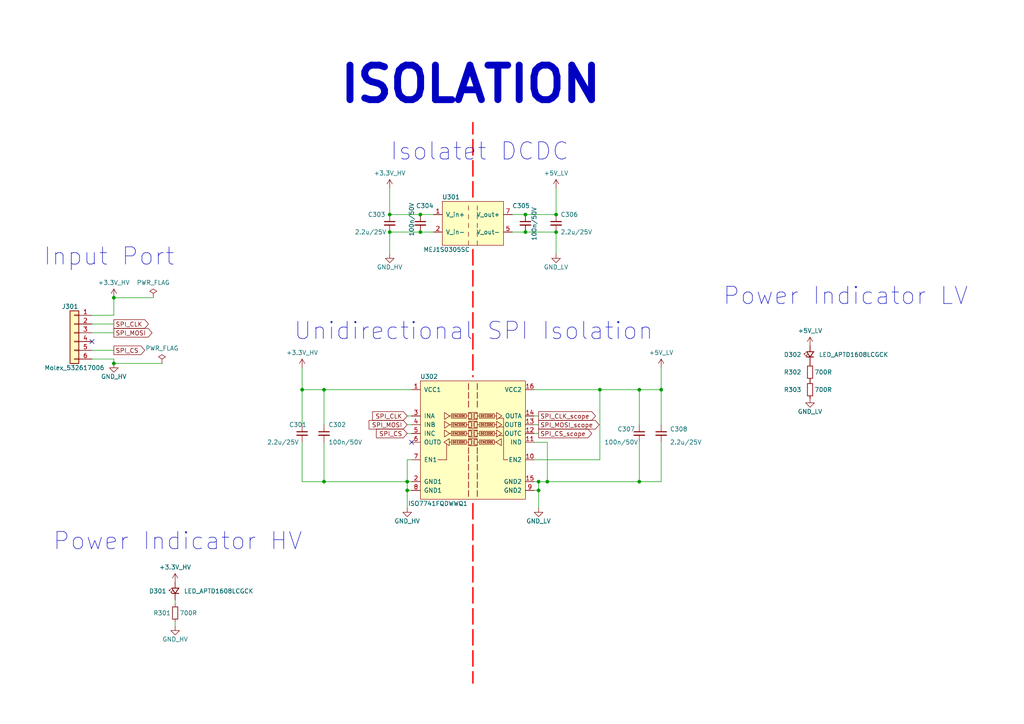
<source format=kicad_sch>
(kicad_sch (version 20211123) (generator eeschema)
  (paper "A4")
  (title_block (title "Isolation") (date "2021-11-12") (rev "V0.1") (company "PADERBORN UNIVERSITY DEPARTMENT OF POWER ELECTRONICS AND ELECTRICAL DRIVES"))
  (lib_symbols
    (symbol "Device:C_Small" (pin_numbers hide) (pin_names (offset 0.254) hide)
      (property "Reference" "C" (at 0.254 1.778 0))
      (property "Value" "C_Small" (at 0.254 -2.032 0))
      (symbol "C_Small_0_1"
        (polyline (pts (xy -1.524 -0.508) (xy 1.524 -0.508)) (stroke (width 0.3302)))
        (polyline (pts (xy -1.524 0.508) (xy 1.524 0.508)) (stroke (width 0.3048)))
      )
      (symbol "C_Small_1_1"
        (pin passive line (at 0 2.54 270) (length 2.032) (name "~") (number "1"))
        (pin passive line (at 0 -2.54 90) (length 2.032) (name "~") (number "2"))
      )
    )
    (symbol "Device:R_Small" (pin_numbers hide) (pin_names (offset 0.254) hide)
      (property "Reference" "R" (at 0.762 0.508 0))
      (property "Value" "R_Small" (at 0.762 -1.016 0))
      (symbol "R_Small_0_1"
        (rectangle (start -0.762 1.778) (end 0.762 -1.778) (stroke (width 0.2032)))
      )
      (symbol "R_Small_1_1"
        (pin passive line (at 0 2.54 270) (length 0.762) (name "~") (number "1"))
        (pin passive line (at 0 -2.54 90) (length 0.762) (name "~") (number "2"))
      )
    )
    (symbol "LEA_SymbolLibrary:+3.3V_HV" (power) (pin_numbers hide) (pin_names (offset 0))
      (property "Value" "LEA_SymbolLibrary_+3.3V_HV" (at 0 5.08 0))
      (symbol "+3.3V_HV_1_1"
        (polyline (pts (xy -0.762 1.27) (xy 0 2.54)))
        (polyline (pts (xy 0 0) (xy 0 2.54)))
        (polyline (pts (xy 0 2.54) (xy 0.762 1.27)))
        (pin power_in line (at 0 0 90) (length 0) hide (name "+3.3V_HV") (number "1"))
      )
    )
    (symbol "LEA_SymbolLibrary:+5V_LV" (power) (pin_numbers hide) (pin_names (offset 0))
      (property "Value" "LEA_SymbolLibrary_+5V_LV" (at 0 5.08 0))
      (symbol "+5V_LV_1_1"
        (polyline (pts (xy -0.762 1.27) (xy 0 2.54)))
        (polyline (pts (xy 0 0) (xy 0 2.54)))
        (polyline (pts (xy 0 2.54) (xy 0.762 1.27)))
        (pin power_in line (at 0 0 90) (length 0) hide (name "+5V_LV") (number "1"))
      )
    )
    (symbol "LEA_SymbolLibrary:GND_HV" (power) (pin_numbers hide) (pin_names (offset 0))
      (property "Value" "LEA_SymbolLibrary_GND_HV" (at -2.54 5.08 0))
      (symbol "GND_HV_1_1"
        (polyline (pts (xy 0 0) (xy 0 -1.27) (xy 1.27 -1.27) (xy 0 -2.54) (xy -1.27 -1.27) (xy 0 -1.27)))
        (pin power_in line (at 0 0 90) (length 0) hide (name "GND_HV") (number "1"))
      )
    )
    (symbol "LEA_SymbolLibrary:GND_LV" (power) (pin_numbers hide) (pin_names (offset 0))
      (property "Value" "LEA_SymbolLibrary_GND_LV" (at -2.54 5.08 0))
      (symbol "GND_LV_1_1"
        (polyline (pts (xy 0 0) (xy 0 -1.27) (xy 1.27 -1.27) (xy 0 -2.54) (xy -1.27 -1.27) (xy 0 -1.27)))
        (pin power_in line (at 0 0 90) (length 0) hide (name "GND_LV") (number "1"))
      )
    )
    (symbol "LEA_SymbolLibrary:ISO7741FQDWWQ1" (pin_names (offset 1.016))
      (property "Reference" "IC" (at -14.224 15.24 0))
      (property "Value" "ISO7741FQDWWQ1" (at -6.858 -21.844 0))
      (symbol "ISO7741FQDWWQ1_0_1"
        (rectangle (start -15.24 13.97) (end 15.24 -20.32) (fill (type background)))
        (rectangle (start -10.16 -8.89) (end -7.62 -8.89))
        (rectangle (start -7.62 -8.89) (end -7.62 -5.08))
        (rectangle (start -7.62 -5.08) (end -7.62 -4.318))
        (polyline (pts (xy 10.16 -8.89) (xy 8.89 -8.89) (xy 8.89 -1.905) (xy 7.62 -1.905) (xy 8.89 -1.905) (xy 8.89 0.635) (xy 7.62 0.635) (xy 8.89 0.635) (xy 8.89 3.175) (xy 7.62 3.175)))
      )
      (symbol "ISO7741FQDWWQ1_1_1"
        (rectangle (start -1.905 -3.1496) (end -6.223 -4.4196))
        (rectangle (start -1.905 -0.635) (end -6.223 -1.905))
        (rectangle (start -1.905 1.905) (end -6.223 0.635))
        (rectangle (start -1.905 4.445) (end -6.223 3.175))
        (rectangle (start -1.27 -0.254) (end 1.27 -2.286))
        (rectangle (start -1.27 2.286) (end 1.27 0.254))
        (rectangle (start -1.27 4.826) (end 1.27 2.794))
        (arc (start -0.508 -4.5466) (mid -0.254 -4.2926) (end -0.508 -4.0386))
        (arc (start -0.508 -4.0386) (mid -0.254 -3.7846) (end -0.508 -3.5306))
        (arc (start -0.508 -3.5306) (mid -0.254 -3.2766) (end -0.508 -3.0226))
        (arc (start -0.508 -2.032) (mid -0.254 -1.778) (end -0.508 -1.524))
        (arc (start -0.508 -1.524) (mid -0.254 -1.27) (end -0.508 -1.016))
        (arc (start -0.508 -1.016) (mid -0.254 -0.762) (end -0.508 -0.508))
        (arc (start -0.508 0.508) (mid -0.254 0.762) (end -0.508 1.016))
        (arc (start -0.508 1.016) (mid -0.254 1.27) (end -0.508 1.524))
        (arc (start -0.508 1.524) (mid -0.254 1.778) (end -0.508 2.032))
        (arc (start -0.508 3.048) (mid -0.254 3.302) (end -0.508 3.556))
        (arc (start -0.508 3.556) (mid -0.254 3.81) (end -0.508 4.064))
        (arc (start -0.508 4.064) (mid -0.254 4.318) (end -0.508 4.572))
        (polyline (pts (xy -6.223 -3.7846) (xy -6.858 -3.7846)))
        (polyline (pts (xy -6.223 -1.27) (xy -6.858 -1.27)))
        (polyline (pts (xy -6.223 1.27) (xy -6.858 1.27)))
        (polyline (pts (xy -6.223 3.81) (xy -6.858 3.81)))
        (polyline (pts (xy -1.905 -3.7846) (xy -1.27 -3.7846)))
        (polyline (pts (xy -1.905 -1.27) (xy -1.27 -1.27)))
        (polyline (pts (xy -1.905 1.27) (xy -1.27 1.27)))
        (polyline (pts (xy -1.905 3.81) (xy -1.27 3.81)))
        (polyline (pts (xy -1.27 -4.5466) (xy -0.508 -4.5466)))
        (polyline (pts (xy -1.27 -3.0226) (xy -0.508 -3.0226)))
        (polyline (pts (xy -1.27 -2.032) (xy -0.508 -2.032)))
        (polyline (pts (xy -1.27 -0.508) (xy -0.508 -0.508)))
        (polyline (pts (xy -1.27 0.508) (xy -0.508 0.508)))
        (polyline (pts (xy -1.27 2.032) (xy -0.508 2.032)))
        (polyline (pts (xy -1.27 3.048) (xy -0.508 3.048)))
        (polyline (pts (xy -1.27 4.572) (xy -0.508 4.572)))
        (polyline (pts (xy 0 -22.098) (xy 0 -22.098)) (stroke (width 0.4064)))
        (polyline (pts (xy 0 -18.288) (xy 0 -18.288)) (stroke (width 0.1016)))
        (polyline (pts (xy 0 -17.018) (xy 0 -17.018)) (stroke (width 0.4064)))
        (polyline (pts (xy 0 -13.208) (xy 0 -13.208)) (stroke (width 0.1016)))
        (polyline (pts (xy 0 -11.938) (xy 0 -11.938)) (stroke (width 0.4064)))
        (polyline (pts (xy 0 -8.128) (xy 0 -8.128)) (stroke (width 0.1016)))
        (polyline (pts (xy 0 -7.112) (xy 0 -7.112)) (stroke (width 0.4064)))
        (polyline (pts (xy 0 -3.302) (xy 0 -3.302)) (stroke (width 0.1016)))
        (polyline (pts (xy 0 3.81) (xy 0 3.81)) (stroke (width 0.4064)))
        (polyline (pts (xy 0 7.62) (xy 0 7.62)) (stroke (width 0.1016)))
        (polyline (pts (xy 0 8.89) (xy 0 8.89)) (stroke (width 0.4064)))
        (polyline (pts (xy 0 12.7) (xy 0 12.7)) (stroke (width 0.1016)))
        (polyline (pts (xy 1.27 -4.5466) (xy 0.508 -4.5466)))
        (polyline (pts (xy 1.27 -3.0226) (xy 0.508 -3.0226)))
        (polyline (pts (xy 1.27 -2.032) (xy 0.508 -2.032)))
        (polyline (pts (xy 1.27 -0.508) (xy 0.508 -0.508)))
        (polyline (pts (xy 1.27 0.508) (xy 0.508 0.508)))
        (polyline (pts (xy 1.27 2.032) (xy 0.508 2.032)))
        (polyline (pts (xy 1.27 3.048) (xy 0.508 3.048)))
        (polyline (pts (xy 1.27 4.572) (xy 0.508 4.572)))
        (polyline (pts (xy 1.905 -3.7846) (xy 1.27 -3.7846)))
        (polyline (pts (xy 1.905 -1.27) (xy 1.27 -1.27)))
        (polyline (pts (xy 1.905 1.27) (xy 1.27 1.27)))
        (polyline (pts (xy 1.905 3.81) (xy 1.27 3.81)))
        (polyline (pts (xy 6.223 -3.7846) (xy 6.858 -3.7846)))
        (polyline (pts (xy 6.223 -1.27) (xy 6.858 -1.27)))
        (polyline (pts (xy 6.223 1.27) (xy 6.858 1.27)))
        (polyline (pts (xy 6.223 3.81) (xy 6.858 3.81)))
        (polyline (pts (xy -1.27 -17.78) (xy -1.27 -19.304) (xy -1.27 -19.558)) (stroke (width 0.2032)))
        (polyline (pts (xy -1.27 -15.24) (xy -1.27 -16.764) (xy -1.27 -17.018)) (stroke (width 0.2032)))
        (polyline (pts (xy -1.27 -12.7) (xy -1.27 -14.224) (xy -1.27 -14.478)) (stroke (width 0.2032)))
        (polyline (pts (xy -1.27 -10.16) (xy -1.27 -11.684) (xy -1.27 -11.938)) (stroke (width 0.2032)))
        (polyline (pts (xy -1.27 -7.62) (xy -1.27 -9.144) (xy -1.27 -9.398)) (stroke (width 0.2032)))
        (polyline (pts (xy -1.27 -5.334) (xy -1.27 -6.858) (xy -1.27 -7.112)) (stroke (width 0.2032)))
        (polyline (pts (xy -1.27 8.128) (xy -1.27 6.604) (xy -1.27 6.35)) (stroke (width 0.2032)))
        (polyline (pts (xy -1.27 10.668) (xy -1.27 9.144) (xy -1.27 8.89)) (stroke (width 0.2032)))
        (polyline (pts (xy -1.27 13.208) (xy -1.27 11.684) (xy -1.27 11.43)) (stroke (width 0.2032)))
        (polyline (pts (xy 1.27 -17.78) (xy 1.27 -19.304) (xy 1.27 -19.558)) (stroke (width 0.2032)))
        (polyline (pts (xy 1.27 -15.24) (xy 1.27 -16.764) (xy 1.27 -17.018)) (stroke (width 0.2032)))
        (polyline (pts (xy 1.27 -12.7) (xy 1.27 -14.224) (xy 1.27 -14.478)) (stroke (width 0.2032)))
        (polyline (pts (xy 1.27 -10.16) (xy 1.27 -11.684) (xy 1.27 -11.938)) (stroke (width 0.2032)))
        (polyline (pts (xy 1.27 -7.62) (xy 1.27 -9.144) (xy 1.27 -9.398)) (stroke (width 0.2032)))
        (polyline (pts (xy 1.27 -5.334) (xy 1.27 -6.858) (xy 1.27 -7.112)) (stroke (width 0.2032)))
        (polyline (pts (xy 1.27 8.128) (xy 1.27 6.604) (xy 1.27 6.35)) (stroke (width 0.2032)))
        (polyline (pts (xy 1.27 10.668) (xy 1.27 9.144) (xy 1.27 8.89)) (stroke (width 0.2032)))
        (polyline (pts (xy 1.27 13.208) (xy 1.27 11.684) (xy 1.27 11.43)) (stroke (width 0.2032)))
        (polyline (pts (xy -8.382 -3.7846) (xy -6.858 -2.7686) (xy -6.858 -4.8006) (xy -8.382 -3.7846)))
        (polyline (pts (xy -6.731 -1.27) (xy -8.255 -0.254) (xy -8.255 -2.286) (xy -6.731 -1.27)))
        (polyline (pts (xy -6.731 1.27) (xy -8.255 2.286) (xy -8.255 0.254) (xy -6.731 1.27)))
        (polyline (pts (xy -6.731 3.81) (xy -8.255 4.826) (xy -8.255 2.794) (xy -6.731 3.81)))
        (polyline (pts (xy 6.731 -3.7846) (xy 8.255 -2.7686) (xy 8.255 -4.8006) (xy 6.731 -3.7846)))
        (polyline (pts (xy 8.382 -1.27) (xy 6.858 -0.254) (xy 6.858 -2.286) (xy 8.382 -1.27)))
        (polyline (pts (xy 8.382 1.27) (xy 6.858 2.286) (xy 6.858 0.254) (xy 8.382 1.27)))
        (polyline (pts (xy 8.382 3.81) (xy 6.858 4.826) (xy 6.858 2.794) (xy 8.382 3.81)))
        (arc (start 0.508 -4.0386) (mid 0.254 -4.2926) (end 0.508 -4.5466))
        (arc (start 0.508 -3.5306) (mid 0.254 -3.7846) (end 0.508 -4.0386))
        (arc (start 0.508 -3.0226) (mid 0.254 -3.2766) (end 0.508 -3.5306))
        (arc (start 0.508 -1.524) (mid 0.254 -1.778) (end 0.508 -2.032))
        (arc (start 0.508 -1.016) (mid 0.254 -1.27) (end 0.508 -1.524))
        (arc (start 0.508 -0.508) (mid 0.254 -0.762) (end 0.508 -1.016))
        (arc (start 0.508 1.016) (mid 0.254 0.762) (end 0.508 0.508))
        (arc (start 0.508 1.524) (mid 0.254 1.27) (end 0.508 1.016))
        (arc (start 0.508 2.032) (mid 0.254 1.778) (end 0.508 1.524))
        (arc (start 0.508 3.556) (mid 0.254 3.302) (end 0.508 3.048))
        (arc (start 0.508 4.064) (mid 0.254 3.81) (end 0.508 3.556))
        (arc (start 0.508 4.572) (mid 0.254 4.318) (end 0.508 4.064))
        (rectangle (start 1.27 -2.7686) (end -1.27 -4.8006))
        (rectangle (start 1.905 -3.1496) (end 6.223 -4.4196))
        (rectangle (start 1.905 -0.635) (end 6.223 -1.905))
        (rectangle (start 1.905 1.905) (end 6.223 0.635))
        (rectangle (start 1.905 4.445) (end 6.223 3.175))
        (text "DECODE" (at -4.064 -3.7846 0) (effects (font (size 0.635 0.635))))
        (text "DECODE" (at 4.064 -1.27 0) (effects (font (size 0.635 0.635))))
        (text "DECODE" (at 4.064 1.27 0) (effects (font (size 0.635 0.635))))
        (text "DECODE" (at 4.064 3.81 0) (effects (font (size 0.635 0.635))))
        (text "ENCODE" (at -4.064 -1.27 0) (effects (font (size 0.635 0.635))))
        (text "ENCODE" (at -4.064 1.27 0) (effects (font (size 0.635 0.635))))
        (text "ENCODE" (at -4.064 3.81 0) (effects (font (size 0.635 0.635))))
        (text "ENCODE" (at 4.064 -3.7846 0) (effects (font (size 0.635 0.635))))
        (pin power_in line (at -17.78 11.43 0) (length 2.54) (name "VCC1") (number "1"))
        (pin passive line (at 17.78 -8.89 180) (length 2.54) (name "EN2") (number "10"))
        (pin input line (at 17.78 -3.81 180) (length 2.54) (name "IND") (number "11"))
        (pin output line (at 17.78 -1.27 180) (length 2.54) (name "OUTC") (number "12"))
        (pin output line (at 17.78 1.27 180) (length 2.54) (name "OUTB") (number "13"))
        (pin output line (at 17.78 3.81 180) (length 2.54) (name "OUTA") (number "14"))
        (pin power_in line (at 17.78 -15.24 180) (length 2.54) (name "GND2") (number "15"))
        (pin power_in line (at 17.78 11.43 180) (length 2.54) (name "VCC2") (number "16"))
        (pin power_in line (at -17.78 -15.24 0) (length 2.54) (name "GND1") (number "2"))
        (pin input line (at -17.78 3.81 0) (length 2.54) (name "INA") (number "3"))
        (pin input line (at -17.78 1.27 0) (length 2.54) (name "INB") (number "4"))
        (pin input line (at -17.78 -1.27 0) (length 2.54) (name "INC") (number "5"))
        (pin output line (at -17.78 -3.81 0) (length 2.54) (name "OUTD") (number "6"))
        (pin passive line (at -17.78 -8.89 0) (length 2.54) (name "EN1") (number "7"))
        (pin power_in line (at -17.78 -17.78 0) (length 2.54) (name "GND1") (number "8"))
        (pin power_in line (at 17.78 -17.78 180) (length 2.54) (name "GND2") (number "9"))
      )
    )
    (symbol "LEA_SymbolLibrary:MEJ1S0305SC" (pin_names (offset 1.016))
      (property "Reference" "IC" (at -7.62 8.89 0))
      (property "Value" "LEA_SymbolLibrary_MEJ1S0305SC" (at -2.54 -6.35 0))
      (symbol "MEJ1S0305SC_1_1"
        (rectangle (start -8.89 7.62) (end 8.89 -5.08) (fill (type background)))
        (rectangle (start -1.27 -3.81) (end -1.27 -5.08))
        (rectangle (start -1.27 -1.27) (end -1.27 -2.54))
        (rectangle (start -1.27 1.27) (end -1.27 0))
        (rectangle (start -1.27 3.81) (end -1.27 2.54))
        (rectangle (start -1.27 6.35) (end -1.27 5.08))
        (rectangle (start 1.27 -3.81) (end 1.27 -5.08))
        (rectangle (start 1.27 -1.27) (end 1.27 -2.54))
        (rectangle (start 1.27 1.27) (end 1.27 0))
        (rectangle (start 1.27 3.81) (end 1.27 2.54))
        (rectangle (start 1.27 6.35) (end 1.27 5.08))
        (pin power_in line (at -11.43 3.81 0) (length 2.54) (name "V_in+") (number "1"))
        (pin power_in line (at -11.43 -1.27 0) (length 2.54) (name "V_in-") (number "2"))
        (pin power_out line (at 11.43 -1.27 180) (length 2.54) (name "V_out-") (number "5"))
        (pin power_out line (at 11.43 3.81 180) (length 2.54) (name "V_out+") (number "7"))
      )
    )
    (symbol "LEA_SymbolLibrary:Molex_532617006" (pin_names (offset 1.016) hide)
      (property "Reference" "J" (at -1.27 2.54 0))
      (property "Value" "LEA_SymbolLibrary_Molex_532617006" (at 0 -15.24 0))
      (symbol "Molex_532617006_1_1"
        (rectangle (start 1.27 -12.573) (end 0 -12.827) (stroke (width 0.1524)))
        (rectangle (start 1.27 -10.033) (end 0 -10.287) (stroke (width 0.1524)))
        (rectangle (start 1.27 -7.493) (end 0 -7.747) (stroke (width 0.1524)))
        (rectangle (start 1.27 -4.953) (end 0 -5.207) (stroke (width 0.1524)))
        (rectangle (start 1.27 -2.413) (end 0 -2.667) (stroke (width 0.1524)))
        (rectangle (start 1.27 0.127) (end 0 -0.127) (stroke (width 0.1524)))
        (rectangle (start 1.27 1.27) (end -1.27 -13.97) (stroke (width 0.254)) (fill (type background)))
        (pin passive line (at 5.08 0 180) (length 3.81) (name "Pin_1") (number "1"))
        (pin passive line (at 5.08 -2.54 180) (length 3.81) (name "Pin_2") (number "2"))
        (pin passive line (at 5.08 -5.08 180) (length 3.81) (name "Pin_3") (number "3"))
        (pin passive line (at 5.08 -7.62 180) (length 3.81) (name "Pin_4") (number "4"))
        (pin passive line (at 5.08 -10.16 180) (length 3.81) (name "Pin_5") (number "5"))
        (pin passive line (at 5.08 -12.7 180) (length 3.81) (name "Pin_6") (number "6"))
      )
    )
    (symbol "LED_APTD1608LCGCK_1" (pin_numbers hide) (pin_names (offset 1.016) hide)
      (property "Reference" "D" (at 0 5.08 0))
      (property "Value" "LED_APTD1608LCGCK_1" (at 0 2.54 0))
      (symbol "LED_APTD1608LCGCK_1_1_1"
        (polyline (pts (xy -0.6604 -1.0414) (xy -0.6604 0.9906)) (stroke (width 0.254)))
        (polyline (pts (xy 0.8636 -1.0414) (xy -0.6604 -0.0254) (xy 0.8636 0.9906) (xy 0.8636 -1.0414)) (stroke (width 0.254)))
        (polyline (pts (xy 0.1016 0.7366) (xy -0.4064 1.2446) (xy -0.1524 1.2446) (xy -0.4064 1.2446) (xy -0.4064 0.9906)))
        (polyline (pts (xy 0.6096 1.2446) (xy 0.1016 1.7526) (xy 0.3556 1.7526) (xy 0.1016 1.7526) (xy 0.1016 1.4986)))
        (pin passive line (at 2.54 0 180) (length 1.6002) (name "A") (number "A"))
        (pin passive line (at -2.54 0 0) (length 1.778) (name "C") (number "C"))
      )
    )
    (symbol "power:PWR_FLAG" (power) (pin_numbers hide) (pin_names (offset 0) hide)
      (property "Value" "PWR_FLAG" (at 0 3.81 0))
      (symbol "PWR_FLAG_0_0"
        (pin power_out line (at 0 0 90) (length 0) (name "pwr") (number "1"))
      )
      (symbol "PWR_FLAG_0_1"
        (polyline (pts (xy 0 0) (xy 0 1.27) (xy -1.016 1.905) (xy 0 2.54) (xy 1.016 1.905) (xy 0 1.27)))
      )
    )
  )
  (junction (at 152.4 67.31))
  (junction (at 113.03 62.23))
  (junction (at 33.02 86.36))
  (junction (at 156.21 142.24))
  (junction (at 118.11 139.7))
  (junction (at 87.63 113.03))
  (junction (at 161.29 62.23))
  (junction (at 173.99 113.03))
  (junction (at 113.03 67.31))
  (junction (at 121.92 67.31))
  (junction (at 161.29 67.31))
  (junction (at 93.98 113.03))
  (junction (at 152.4 62.23))
  (junction (at 93.98 139.7))
  (junction (at 156.21 139.7))
  (junction (at 158.75 139.7))
  (junction (at 33.02 105.41))
  (junction (at 121.92 62.23))
  (junction (at 191.77 113.03))
  (junction (at 118.11 142.24))
  (junction (at 185.42 139.7))
  (junction (at 185.42 113.03))
  (no_connect (at 119.38 128.27))
  (no_connect (at 26.67 99.06))
  (wire (pts (xy 152.4 67.31) (xy 161.29 67.31)))
  (wire (pts (xy 173.99 133.35) (xy 173.99 113.03)))
  (wire (pts (xy 118.11 125.73) (xy 119.38 125.73)))
  (wire (pts (xy 173.99 113.03) (xy 185.42 113.03)))
  (wire (pts (xy 26.67 101.6) (xy 33.02 101.6)))
  (wire (pts (xy 185.42 139.7) (xy 185.42 128.27)))
  (wire (pts (xy 152.4 62.23) (xy 161.29 62.23)))
  (wire (pts (xy 87.63 106.68) (xy 87.63 113.03)))
  (wire (pts (xy 93.98 123.19) (xy 93.98 113.03)))
  (wire (pts (xy 118.11 139.7) (xy 118.11 142.24)))
  (wire (pts (xy 93.98 139.7) (xy 118.11 139.7)))
  (wire (pts (xy 154.94 128.27) (xy 158.75 128.27)))
  (wire (pts (xy 185.42 139.7) (xy 191.77 139.7)))
  (wire (pts (xy 161.29 67.31) (xy 161.29 73.66)))
  (wire (pts (xy 26.67 104.14) (xy 33.02 104.14)))
  (wire (pts (xy 191.77 139.7) (xy 191.77 128.27)))
  (wire (pts (xy 87.63 113.03) (xy 93.98 113.03)))
  (wire (pts (xy 113.03 62.23) (xy 121.92 62.23)))
  (wire (pts (xy 148.59 62.23) (xy 152.4 62.23)))
  (wire (pts (xy 156.21 142.24) (xy 156.21 147.32)))
  (wire (pts (xy 118.11 120.65) (xy 119.38 120.65)))
  (wire (pts (xy 50.8 173.99) (xy 50.8 175.26)))
  (wire (pts (xy 119.38 139.7) (xy 118.11 139.7)))
  (wire (pts (xy 33.02 91.44) (xy 33.02 86.36)))
  (polyline (pts (xy 137.16 146.05) (xy 137.16 198.12)) (stroke (width 0.4064) (color 255 0 0 1)))
  (wire (pts (xy 50.8 180.34) (xy 50.8 181.61)))
  (wire (pts (xy 158.75 139.7) (xy 185.42 139.7)))
  (wire (pts (xy 119.38 142.24) (xy 118.11 142.24)))
  (wire (pts (xy 156.21 139.7) (xy 158.75 139.7)))
  (wire (pts (xy 33.02 104.14) (xy 33.02 105.41)))
  (wire (pts (xy 158.75 128.27) (xy 158.75 139.7)))
  (wire (pts (xy 26.67 91.44) (xy 33.02 91.44)))
  (wire (pts (xy 87.63 139.7) (xy 87.63 128.27)))
  (wire (pts (xy 121.92 67.31) (xy 125.73 67.31)))
  (wire (pts (xy 93.98 128.27) (xy 93.98 139.7)))
  (wire (pts (xy 113.03 67.31) (xy 113.03 73.66)))
  (wire (pts (xy 191.77 113.03) (xy 191.77 106.68)))
  (wire (pts (xy 154.94 142.24) (xy 156.21 142.24)))
  (polyline (pts (xy 137.16 72.39) (xy 137.16 109.22)) (stroke (width 0.4064) (color 255 0 0 1)))
  (wire (pts (xy 154.94 120.65) (xy 156.21 120.65)))
  (wire (pts (xy 185.42 113.03) (xy 185.42 123.19)))
  (wire (pts (xy 118.11 133.35) (xy 118.11 139.7)))
  (wire (pts (xy 154.94 133.35) (xy 173.99 133.35)))
  (wire (pts (xy 118.11 142.24) (xy 118.11 147.32)))
  (wire (pts (xy 154.94 123.19) (xy 156.21 123.19)))
  (wire (pts (xy 154.94 139.7) (xy 156.21 139.7)))
  (wire (pts (xy 156.21 139.7) (xy 156.21 142.24)))
  (wire (pts (xy 33.02 96.52) (xy 26.67 96.52)))
  (wire (pts (xy 46.99 105.41) (xy 33.02 105.41)))
  (wire (pts (xy 148.59 67.31) (xy 152.4 67.31)))
  (polyline (pts (xy 137.16 57.15) (xy 137.16 35.56)) (stroke (width 0.4064) (color 255 0 0 1)))
  (wire (pts (xy 154.94 125.73) (xy 156.21 125.73)))
  (wire (pts (xy 26.67 93.98) (xy 33.02 93.98)))
  (wire (pts (xy 191.77 113.03) (xy 185.42 113.03)))
  (wire (pts (xy 119.38 123.19) (xy 118.11 123.19)))
  (wire (pts (xy 87.63 123.19) (xy 87.63 113.03)))
  (wire (pts (xy 44.45 86.36) (xy 33.02 86.36)))
  (wire (pts (xy 125.73 62.23) (xy 121.92 62.23)))
  (wire (pts (xy 154.94 113.03) (xy 173.99 113.03)))
  (wire (pts (xy 119.38 133.35) (xy 118.11 133.35)))
  (wire (pts (xy 161.29 62.23) (xy 161.29 54.61)))
  (wire (pts (xy 93.98 139.7) (xy 87.63 139.7)))
  (wire (pts (xy 113.03 67.31) (xy 121.92 67.31)))
  (wire (pts (xy 93.98 113.03) (xy 119.38 113.03)))
  (wire (pts (xy 113.03 62.23) (xy 113.03 54.61)))
  (wire (pts (xy 191.77 123.19) (xy 191.77 113.03)))
  (text "Power Indicator LV" (at 209.55 88.9 0) (effects (font (size 5.0038 5.0038)) (justify left bottom)))
  (text "Power Indicator HV" (at 15.24 160.02 0) (effects (font (size 5.0038 5.0038)) (justify left bottom)))
  (text "ISOLATION" (at 175.26 30.48 180) (effects (font (size 10.0076 10.0076) (thickness 2.0015) bold) (justify right bottom)))
  (text "Input Port\n" (at 50.8 77.47 180) (effects (font (size 5.0038 5.0038)) (justify right bottom)))
  (text "Isolatet DCDC\n" (at 113.03 46.99 0) (effects (font (size 5.0038 5.0038)) (justify left bottom)))
  (text "Unidirectional SPI Isolation\n" (at 85.09 99.06 0) (effects (font (size 5.0038 5.0038)) (justify left bottom)))
  (global_label "SPI_CS" (shape input) (at 118.11 125.73 180) (property "Intersheet References" "${INTERSHEET_REFS}" (effects hide)))
  (global_label "SPI_MOSI" (shape output) (at 33.02 96.52 0) (property "Intersheet References" "${INTERSHEET_REFS}" (effects hide)))
  (global_label "SPI_CS" (shape output) (at 33.02 101.6 0) (property "Intersheet References" "${INTERSHEET_REFS}" (effects hide)))
  (global_label "SPI_MOSI_scope" (shape output) (at 156.21 123.19 0) (property "Intersheet References" "${INTERSHEET_REFS}" (effects hide)))
  (global_label "SPI_CS_scope" (shape output) (at 156.21 125.73 0) (property "Intersheet References" "${INTERSHEET_REFS}" (effects hide)))
  (global_label "SPI_CLK" (shape output) (at 33.02 93.98 0) (property "Intersheet References" "${INTERSHEET_REFS}" (effects hide)))
  (global_label "SPI_CLK" (shape input) (at 118.11 120.65 180) (property "Intersheet References" "${INTERSHEET_REFS}" (effects hide)))
  (global_label "SPI_CLK_scope" (shape output) (at 156.21 120.65 0) (property "Intersheet References" "${INTERSHEET_REFS}" (effects hide)))
  (global_label "SPI_MOSI" (shape input) (at 118.11 123.19 180) (property "Intersheet References" "${INTERSHEET_REFS}" (effects hide)))
  (symbol (lib_id "Device:C_Small") (at 93.98 125.73 0) (unit 1)
    (property "Reference" "C302" (at 95.25 123.19 0) (effects (justify left)))
    (property "Value" "100n/50V" (at 95.25 128.27 0) (effects (justify left)))
    (property "Footprint" "LEA_FootprintLibrary:C_0603" (effects hide))
  )
  (symbol (lib_id "Device:C_Small") (at 185.42 125.73 0) (unit 1)
    (property "Reference" "C307" (at 179.07 124.46 0) (effects (justify left)))
    (property "Value" "100n/50V" (at 175.26 128.27 0) (effects (justify left)))
    (property "Footprint" "LEA_FootprintLibrary:C_0603" (effects hide))
  )
  (symbol (lib_id "Device:C_Small") (at 152.4 64.77 0) (unit 1)
    (property "Reference" "C305" (at 148.59 59.69 0) (effects (justify left)))
    (property "Value" "100n/50V" (at 154.94 69.85 90) (effects (justify left)))
    (property "Footprint" "LEA_FootprintLibrary:C_0603" (effects hide))
  )
  (symbol (lib_id "Device:C_Small") (at 161.29 64.77 0) (unit 1)
    (property "Reference" "C306" (at 162.56 62.23 0) (effects (justify left)))
    (property "Value" "2.2u/25V" (at 162.56 67.31 0) (effects (justify left)))
    (property "Footprint" "LEA_FootprintLibrary:C_0603" (effects hide))
  )
  (symbol (lib_id "Device:C_Small") (at 121.92 64.77 0) (unit 1)
    (property "Reference" "C304" (at 120.65 59.69 0) (effects (justify left)))
    (property "Value" "100n/50V" (at 119.38 68.58 90) (effects (justify left)))
    (property "Footprint" "LEA_FootprintLibrary:C_0603" (effects hide))
  )
  (symbol (lib_id "Device:C_Small") (at 113.03 64.77 0) (unit 1)
    (property "Reference" "C303" (at 106.68 62.23 0) (effects (justify left)))
    (property "Value" "2.2u/25V" (at 102.87 67.31 0) (effects (justify left)))
    (property "Footprint" "LEA_FootprintLibrary:C_0603" (effects hide))
  )
  (symbol (lib_id "Device:C_Small") (at 87.63 125.73 0) (unit 1)
    (property "Reference" "C301" (at 83.82 123.19 0) (effects (justify left)))
    (property "Value" "2.2u/25V" (at 77.47 128.27 0) (effects (justify left)))
    (property "Footprint" "LEA_FootprintLibrary:C_0603" (effects hide))
  )
  (symbol (lib_id "Device:C_Small") (at 191.77 125.73 0) (unit 1)
    (property "Reference" "C308" (at 194.31 124.46 0) (effects (justify left)))
    (property "Value" "2.2u/25V" (at 194.31 128.27 0) (effects (justify left)))
    (property "Footprint" "LEA_FootprintLibrary:C_0603" (effects hide))
  )
  (symbol (lib_id "LEA_SymbolLibrary:+5V_LV") (at 161.29 54.61 0) (unit 1)
    (property "Reference" "#PWR0101" (effects hide))
    (property "Value" "+5V_LV" (at 161.29 50.2158 0))
  )
  (symbol (lib_id "LEA_SymbolLibrary:Molex_532617006") (at 21.59 91.44 0) (unit 1)
    (property "Reference" "J301" (at 20.32 88.9 0))
    (property "Value" "Molex_532617006" (at 21.59 106.68 0))
    (property "Footprint" "LEA_FootprintLibrary:6-PinHeader_Molex_532617006" (effects hide))
    (property "Datasheet" "https://www.molex.com/pdm_docs/sd/532617006_sd.pdf" (effects hide))
    (property "Manufacturer" "Molex" (effects hide))
    (property "Mouser No" "538-53261-7006" (effects hide))
  )
  (symbol (lib_id "LEA_SymbolLibrary:MEJ1S0305SC") (at 137.16 66.04 0) (unit 1)
    (property "Reference" "U301" (at 130.81 57.15 0))
    (property "Value" "MEJ1S0305SC" (at 129.54 72.39 0))
    (property "Footprint" "LEA_FootprintLibrary:SIP-7_Murata_MEJ1S0305SC" (effects hide))
    (property "Datasheet" "https://www.murata.com/products/productdata/8807029768222/kdc-mej1.pdf?1620963016000" (effects hide))
    (property "Mouser No" "580-MEJ1S0305SC" (effects hide))
    (property "Manufacturer" "Murata" (effects hide))
  )
  (symbol (lib_id "Device:R_Small") (at 50.8 177.8 0) (unit 1)
    (property "Reference" "R301" (at 44.45 177.8 0) (effects (justify left)))
    (property "Value" "700R" (at 52.07 177.8 0) (effects (justify left)))
    (property "Footprint" "LEA_FootprintLibrary:R_0603" (effects hide))
  )
  (symbol (lib_id "LEA_SymbolLibrary:+3.3V_HV") (at 50.8 168.91 0) (unit 1)
    (property "Reference" "#PWR0303" (effects hide))
    (property "Value" "+3.3V_HV" (at 50.8 164.5158 0))
  )
  (symbol (lib_id "LEA_SymbolLibrary:GND_HV") (at 50.8 181.61 0) (unit 1)
    (property "Reference" "#PWR0304" (effects hide))
    (property "Value" "GND_HV" (at 50.8 185.42 0))
  )
  (symbol (lib_id "LEA_SymbolLibrary:GND_LV") (at 234.95 115.57 0) (unit 1)
    (property "Reference" "#PWR0314" (effects hide))
    (property "Value" "GND_LV" (at 234.95 119.38 0))
  )
  (symbol (lib_id "LEA_SymbolLibrary:+5V_LV") (at 234.95 100.33 0) (unit 1)
    (property "Reference" "#PWR0313" (effects hide))
    (property "Value" "+5V_LV" (at 234.95 95.9358 0))
  )
  (symbol (lib_id "Device:R_Small") (at 234.95 107.95 0) (unit 1)
    (property "Reference" "R302" (at 227.33 107.95 0) (effects (justify left)))
    (property "Value" "700R" (at 236.22 107.95 0) (effects (justify left)))
    (property "Footprint" "LEA_FootprintLibrary:R_0603" (effects hide))
  )
  (symbol (lib_id "Device:R_Small") (at 234.95 113.03 0) (unit 1)
    (property "Reference" "R303" (at 227.33 113.03 0) (effects (justify left)))
    (property "Value" "700R" (at 236.22 113.03 0) (effects (justify left)))
    (property "Footprint" "LEA_FootprintLibrary:R_0603" (effects hide))
  )
  (symbol (lib_id "LEA_SymbolLibrary:+3.3V_HV") (at 33.02 86.36 0) (unit 1)
    (property "Reference" "#PWR0301" (effects hide))
    (property "Value" "+3.3V_HV" (at 33.02 81.9658 0))
  )
  (symbol (lib_id "LEA_SymbolLibrary:+3.3V_HV") (at 113.03 54.61 0) (unit 1)
    (property "Reference" "#PWR0306" (effects hide))
    (property "Value" "+3.3V_HV" (at 113.03 50.2158 0))
  )
  (symbol (lib_id "LEA_SymbolLibrary:+3.3V_HV") (at 87.63 106.68 0) (unit 1)
    (property "Reference" "#PWR0305" (effects hide))
    (property "Value" "+3.3V_HV" (at 87.63 102.2858 0))
  )
  (symbol (lib_id "LEA_SymbolLibrary:GND_HV") (at 33.02 105.41 0) (unit 1)
    (property "Reference" "#PWR0302" (effects hide))
    (property "Value" "GND_HV" (at 33.02 109.22 0))
  )
  (symbol (lib_id "LEA_SymbolLibrary:GND_HV") (at 113.03 73.66 0) (unit 1)
    (property "Reference" "#PWR0307" (effects hide))
    (property "Value" "GND_HV" (at 113.03 77.47 0))
  )
  (symbol (lib_id "LEA_SymbolLibrary:GND_HV") (at 118.11 147.32 0) (unit 1)
    (property "Reference" "#PWR0308" (effects hide))
    (property "Value" "GND_HV" (at 118.11 151.13 0))
  )
  (symbol (lib_id "power:PWR_FLAG") (at 44.45 86.36 0) (unit 1)
    (property "Reference" "#FLG0301" (effects hide))
    (property "Value" "PWR_FLAG" (at 44.45 81.9658 0))
  )
  (symbol (lib_id "power:PWR_FLAG") (at 46.99 105.41 0) (unit 1)
    (property "Reference" "#FLG0302" (effects hide))
    (property "Value" "PWR_FLAG" (at 46.99 101.0158 0))
  )
  (symbol (lib_id "LEA_SymbolLibrary:GND_LV") (at 161.29 73.66 0) (unit 1)
    (property "Reference" "#PWR0311" (effects hide))
    (property "Value" "GND_LV" (at 161.29 77.47 0))
  )
  (symbol (lib_id "LEA_SymbolLibrary:GND_LV") (at 156.21 147.32 0) (unit 1)
    (property "Reference" "#PWR0309" (effects hide))
    (property "Value" "GND_LV" (at 156.21 151.13 0))
  )
  (symbol (lib_id "LEA_SymbolLibrary:+5V_LV") (at 191.77 106.68 0) (unit 1)
    (property "Reference" "#PWR0312" (effects hide))
    (property "Value" "+5V_LV" (at 191.77 102.2858 0))
  )
  (symbol (lib_name "LED_APTD1608LCGCK_1") (lib_id "LEA_SymbolLibrary:LED_APTD1608LCGCK") (at 234.95 102.87 90) (unit 1)
    (property "Reference" "D302" (at 227.33 102.87 90) (effects (justify right)))
    (property "Value" "LED_APTD1608LCGCK" (at 237.49 102.87 90) (effects (justify right)))
    (property "Footprint" "LEA_FootprintLibrary:LED_0603" (effects hide))
    (property "Datasheet" "https://www.mouser.de/datasheet/2/216/APTD1608LCGCK-1102124.pdf" (effects hide))
    (property "Manufacturer" "Kingbright" (effects hide))
    (property "Mouser No" "604-APTD1608LCGCK" (effects hide))
    (property "Mfr. No" "APTD1608LCGCK" (effects hide))
  )
  (symbol (lib_id "LEA_SymbolLibrary:ISO7741FQDWWQ1") (at 137.16 124.46 0) (unit 1)
    (property "Reference" "U302" (at 124.46 109.22 0))
    (property "Value" "ISO7741FQDWWQ1" (at 127 146.05 0))
    (property "Footprint" "LEA_FootprintLibrary:SOIC-16_TI_DWW0016A_Optimized" (effects hide))
    (property "Datasheet" "https://www.ti.com/lit/ds/symlink/iso7741-q1.pdf?ts=1637972753620&ref_url=https%253A%252F%252Fwww.ti.com%252Fproduct%252FISO7741-Q1" (effects hide))
    (property "Manufacturer" "Texas Instruments" (effects hide))
    (property "Mouser No" "595-ISO7741FQDWWQ1" (effects hide))
    (property "Mfr. No" "ISO7741FQDWWQ1" (effects hide))
  )
  (symbol (lib_name "LED_APTD1608LCGCK_1") (lib_id "LEA_SymbolLibrary:LED_APTD1608LCGCK") (at 50.8 171.45 90) (unit 1)
    (property "Reference" "D301" (at 43.18 171.45 90) (effects (justify right)))
    (property "Value" "LED_APTD1608LCGCK" (at 53.34 171.45 90) (effects (justify right)))
    (property "Footprint" "LEA_FootprintLibrary:LED_0603" (effects hide))
    (property "Datasheet" "https://www.mouser.de/datasheet/2/216/APTD1608LCGCK-1102124.pdf" (effects hide))
    (property "Manufacturer" "Kingbright" (effects hide))
    (property "Mouser No" "604-APTD1608LCGCK" (effects hide))
    (property "Mfr. No" "APTD1608LCGCK" (effects hide))
  )
)
</source>
